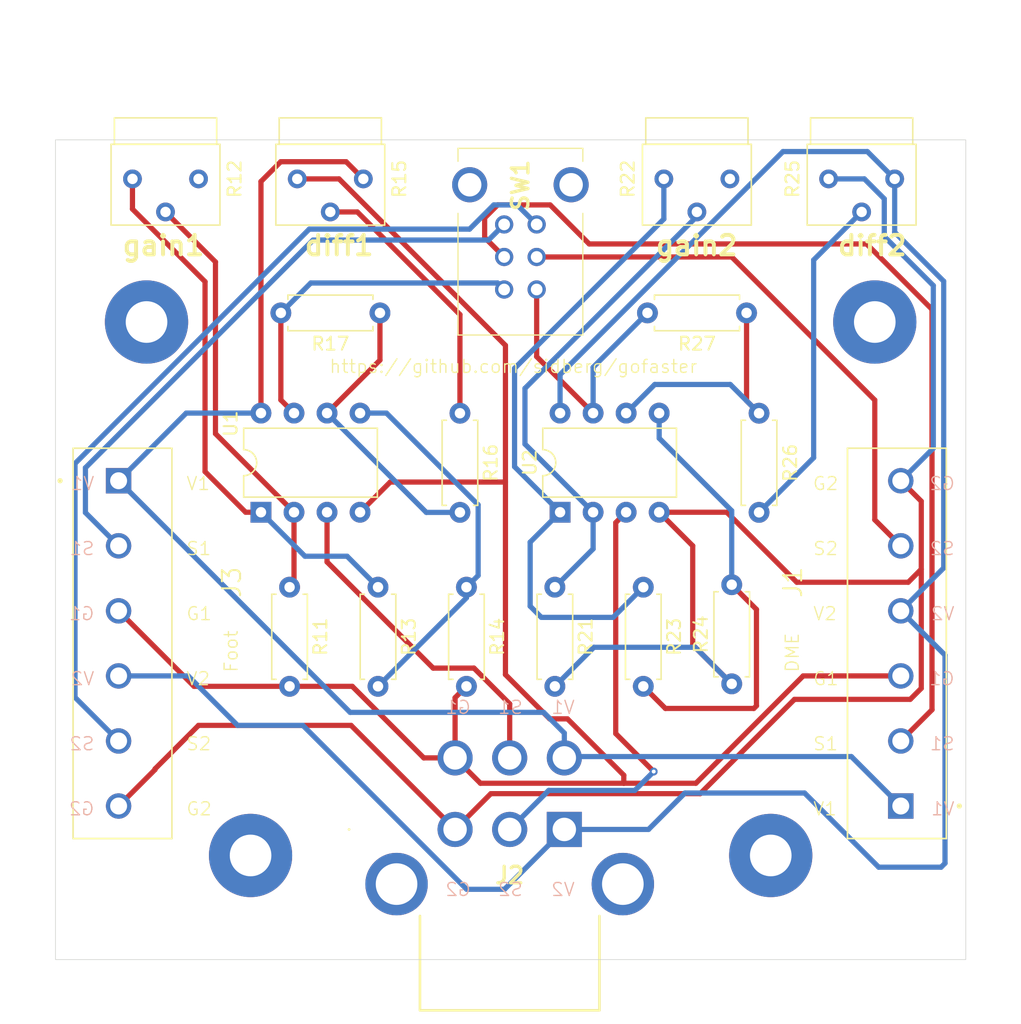
<source format=kicad_pcb>
(kicad_pcb (version 20240108) (generator "pcbnew") (generator_version "8.0")
  (title_block (title "BMW Aux Accelerator"))
  (layers (0 "F.Cu" signal) (31 "B.Cu" signal) (34 "B.Paste" user) (35 "F.Paste" user) (36 "B.SilkS" user "B.Silkscreen") (37 "F.SilkS" user "F.Silkscreen") (38 "B.Mask" user) (39 "F.Mask" user) (44 "Edge.Cuts" user))
  (net 0 "")
  (net 1 "/V1")
  (net 2 "/V2")
  (net 3 "/G1")
  (net 4 "/G2")
  (net 5 "/S2")
  (net 6 "/S1_foot")
  (net 7 "Net-(U1A--)")
  (net 9 "Net-(R12-Pad1)")
  (net 10 "Net-(U1B-+)")
  (net 11 "Net-(R15-Pad2)")
  (net 12 "Net-(U1B--)")
  (net 13 "/S1_hand")
  (net 14 "Net-(U2A--)")
  (net 15 "Net-(R22-Pad1)")
  (net 17 "Net-(U2B-+)")
  (net 18 "Net-(R25-Pad2)")
  (net 19 "Net-(U2B--)")
  (net 22 "/S2_out")
  (net 23 "/S1_out")
  (net 24 "/S1")
  (net 25 "/S2_hand")
  (net 26 "/S2_foot")
  (footprint "Resistor_THT:R_Axial_DIN0207_L6.3mm_D2.5mm_P7.62mm_Horizontal" (layer "F.Cu") (at 154.1 128.63 90)
    (property "Reference" "R26" (at 3.81 2.4 90) (layer "F.SilkS"))
    (property "Value" "100K")
    (fp_line (start 7.08 -1.37) (end 7.08 -1.04) (stroke (width 0.12)) (layer "F.SilkS"))
    (fp_line (start 0.54 -1.37) (end 7.08 -1.37) (stroke (width 0.12)) (layer "F.SilkS"))
    (fp_line (start 0.54 -1.04) (end 0.54 -1.37) (stroke (width 0.12)) (layer "F.SilkS"))
    (fp_line (start 0.54 1.04) (end 0.54 1.37) (stroke (width 0.12)) (layer "F.SilkS"))
    (fp_line (start 7.08 1.37) (end 7.08 1.04) (stroke (width 0.12)) (layer "F.SilkS"))
    (fp_line (start 0.54 1.37) (end 7.08 1.37) (stroke (width 0.12)) (layer "F.SilkS"))
    (pad "1" thru_hole circle (at 0 0 90) (size 1.6 1.6) (drill 0.8) (layers "*.Cu" "*.Mask") (net 18 "Net-(R25-Pad2)"))
    (pad "2" thru_hole oval (at 7.62 0 90) (size 1.6 1.6) (drill 0.8) (layers "*.Cu" "*.Mask") (net 19 "Net-(U2B--)"))
  )
  (footprint "Potentiometer_THT:Potentiometer_Bourns_3339S_Horizontal" (layer "F.Cu") (at 118.59 103 90)
    (property "Reference" "R15" (at 0 7.855 90) (layer "F.SilkS"))
    (property "Value" "1M")
    (fp_line (start 2.66 -1.646) (end 2.66 6.725) (stroke (width 0.12)) (layer "F.SilkS"))
    (fp_line (start -3.55 -1.646) (end 2.66 -1.646) (stroke (width 0.12)) (layer "F.SilkS"))
    (fp_line (start -3.55 -1.646) (end -3.55 6.725) (stroke (width 0.12)) (layer "F.SilkS"))
    (fp_line (start 4.69 -1.39) (end 4.69 6.471) (stroke (width 0.12)) (layer "F.SilkS"))
    (fp_line (start 2.66 -1.39) (end 4.69 -1.39) (stroke (width 0.12)) (layer "F.SilkS"))
    (fp_line (start 2.66 -1.39) (end 2.66 6.471) (stroke (width 0.12)) (layer "F.SilkS"))
    (fp_line (start 2.66 6.471) (end 4.69 6.471) (stroke (width 0.12)) (layer "F.SilkS"))
    (fp_line (start -3.55 6.725) (end 2.66 6.725) (stroke (width 0.12)) (layer "F.SilkS"))
    (pad "1" thru_hole circle (at 0 0 90) (size 1.44 1.44) (drill 0.8) (layers "*.Cu" "*.Mask") (net 3 "/G1"))
    (pad "2" thru_hole circle (at -2.54 2.54 90) (size 1.44 1.44) (drill 0.8) (layers "*.Cu" "*.Mask") (net 11 "Net-(R15-Pad2)"))
    (pad "3" thru_hole circle (at 0 5.08 90) (size 1.44 1.44) (drill 0.8) (layers "*.Cu" "*.Mask") (net 1 "/V1"))
  )
  (footprint "gofaster-library:CUI_TB002-500-06BE" (layer "F.Cu") (at 104.852382 126.2 -90)
    (property "Reference" "J3" (at 7.8 -8.7 90) (layer "F.SilkS") (effects (font (size 1.4 1.4))))
    (property "Value" "Foot")
    (fp_line (start -2.5 3.5) (end -2.5 -4.1) (stroke (width 0.127)) (layer "F.SilkS"))
    (fp_line (start 27.5 3.5) (end -2.5 3.5) (stroke (width 0.127)) (layer "F.SilkS"))
    (fp_line (start -2.5 -4.1) (end 27.5 -4.1) (stroke (width 0.127)) (layer "F.SilkS"))
    (fp_line (start 27.5 -4.1) (end 27.5 3.5) (stroke (width 0.127)) (layer "F.SilkS"))
    (fp_circle (center 0 4.5) (end 0.1 4.5) (stroke (width 0.2)) (fill none) (layer "F.SilkS"))
    (pad "1" thru_hole rect (at 0 0 270) (size 1.95 1.95) (drill 1.3) (layers "*.Cu" "*.Mask") (net 1 "/V1"))
    (pad "2" thru_hole circle (at 5 0 270) (size 1.95 1.95) (drill 1.3) (layers "*.Cu" "*.Mask") (net 6 "/S1_foot"))
    (pad "3" thru_hole circle (at 10 0 270) (size 1.95 1.95) (drill 1.3) (layers "*.Cu" "*.Mask") (net 3 "/G1"))
    (pad "4" thru_hole circle (at 15 0 270) (size 1.95 1.95) (drill 1.3) (layers "*.Cu" "*.Mask") (net 2 "/V2"))
    (pad "5" thru_hole circle (at 20 0 270) (size 1.95 1.95) (drill 1.3) (layers "*.Cu" "*.Mask") (net 26 "/S2_foot"))
    (pad "6" thru_hole circle (at 25 0 270) (size 1.95 1.95) (drill 1.3) (layers "*.Cu" "*.Mask") (net 4 "/G2"))
  )
  (footprint "Package_DIP:DIP-8_W7.62mm" (layer "F.Cu") (at 138.8 128.62 90)
    (property "Reference" "U2" (at 3.81 -2.33 90) (layer "F.SilkS"))
    (property "Value" "TLV2372")
    (fp_line (start 6.46 -1.33) (end 4.81 -1.33) (stroke (width 0.12)) (layer "F.SilkS"))
    (fp_line (start 2.81 -1.33) (end 1.16 -1.33) (stroke (width 0.12)) (layer "F.SilkS"))
    (fp_line (start 1.16 -1.33) (end 1.16 8.95) (stroke (width 0.12)) (layer "F.SilkS"))
    (fp_line (start 6.46 8.95) (end 6.46 -1.33) (stroke (width 0.12)) (layer "F.SilkS"))
    (fp_line (start 1.16 8.95) (end 6.46 8.95) (stroke (width 0.12)) (layer "F.SilkS"))
    (fp_arc (start 4.81 -1.33) (mid 3.81 -0.33) (end 2.81 -1.33) (stroke (width 0.12)) (layer "F.SilkS"))
    (pad "1" thru_hole rect (at 0 0 90) (size 1.6 1.6) (drill 0.8) (layers "*.Cu" "*.Mask") (net 15 "Net-(R22-Pad1)"))
    (pad "2" thru_hole oval (at 0 2.54 90) (size 1.6 1.6) (drill 0.8) (layers "*.Cu" "*.Mask") (net 14 "Net-(U2A--)"))
    (pad "3" thru_hole oval (at 0 5.08 90) (size 1.6 1.6) (drill 0.8) (layers "*.Cu" "*.Mask") (net 5 "/S2"))
    (pad "4" thru_hole oval (at 0 7.62 90) (size 1.6 1.6) (drill 0.8) (layers "*.Cu" "*.Mask") (net 4 "/G2"))
    (pad "5" thru_hole oval (at 7.62 7.62 90) (size 1.6 1.6) (drill 0.8) (layers "*.Cu" "*.Mask") (net 17 "Net-(U2B-+)"))
    (pad "6" thru_hole oval (at 7.62 5.08 90) (size 1.6 1.6) (drill 0.8) (layers "*.Cu" "*.Mask") (net 19 "Net-(U2B--)"))
    (pad "7" thru_hole oval (at 7.62 2.54 90) (size 1.6 1.6) (drill 0.8) (layers "*.Cu" "*.Mask") (net 25 "/S2_hand"))
    (pad "8" thru_hole oval (at 7.62 0 90) (size 1.6 1.6) (drill 0.8) (layers "*.Cu" "*.Mask") (net 2 "/V2"))
  )
  (footprint "Resistor_THT:R_Axial_DIN0207_L6.3mm_D2.5mm_P7.62mm_Horizontal" (layer "F.Cu") (at 152 134.19 -90)
    (property "Reference" "R24" (at 3.81 2.37 90) (layer "F.SilkS"))
    (property "Value" "100K")
    (fp_line (start 0.54 1.37) (end 7.08 1.37) (stroke (width 0.12)) (layer "F.SilkS"))
    (fp_line (start 7.08 1.37) (end 7.08 1.04) (stroke (width 0.12)) (layer "F.SilkS"))
    (fp_line (start 0.54 1.04) (end 0.54 1.37) (stroke (width 0.12)) (layer "F.SilkS"))
    (fp_line (start 0.54 -1.04) (end 0.54 -1.37) (stroke (width 0.12)) (layer "F.SilkS"))
    (fp_line (start 0.54 -1.37) (end 7.08 -1.37) (stroke (width 0.12)) (layer "F.SilkS"))
    (fp_line (start 7.08 -1.37) (end 7.08 -1.04) (stroke (width 0.12)) (layer "F.SilkS"))
    (pad "1" thru_hole circle (at 0 0 270) (size 1.6 1.6) (drill 0.8) (layers "*.Cu" "*.Mask") (net 17 "Net-(U2B-+)"))
    (pad "2" thru_hole oval (at 7.62 0 270) (size 1.6 1.6) (drill 0.8) (layers "*.Cu" "*.Mask") (net 4 "/G2"))
  )
  (footprint "Package_DIP:DIP-8_W7.62mm" (layer "F.Cu") (at 115.8 128.62 90)
    (property "Reference" "U1" (at 6.81 -2.33 90) (layer "F.SilkS"))
    (property "Value" "TLV2372")
    (fp_line (start 6.46 -1.33) (end 4.81 -1.33) (stroke (width 0.12)) (layer "F.SilkS"))
    (fp_line (start 2.81 -1.33) (end 1.16 -1.33) (stroke (width 0.12)) (layer "F.SilkS"))
    (fp_line (start 1.16 -1.33) (end 1.16 8.95) (stroke (width 0.12)) (layer "F.SilkS"))
    (fp_line (start 6.46 8.95) (end 6.46 -1.33) (stroke (width 0.12)) (layer "F.SilkS"))
    (fp_line (start 1.16 8.95) (end 6.46 8.95) (stroke (width 0.12)) (layer "F.SilkS"))
    (fp_arc (start 4.81 -1.33) (mid 3.81 -0.33) (end 2.81 -1.33) (stroke (width 0.12)) (layer "F.SilkS"))
    (pad "1" thru_hole rect (at 0 0 90) (size 1.6 1.6) (drill 0.8) (layers "*.Cu" "*.Mask") (net 9 "Net-(R12-Pad1)"))
    (pad "2" thru_hole oval (at 0 2.54 90) (size 1.6 1.6) (drill 0.8) (layers "*.Cu" "*.Mask") (net 7 "Net-(U1A--)"))
    (pad "3" thru_hole oval (at 0 5.08 90) (size 1.6 1.6) (drill 0.8) (layers "*.Cu" "*.Mask") (net 24 "/S1"))
    (pad "4" thru_hole oval (at 0 7.62 90) (size 1.6 1.6) (drill 0.8) (layers "*.Cu" "*.Mask") (net 3 "/G1"))
    (pad "5" thru_hole oval (at 7.62 7.62 90) (size 1.6 1.6) (drill 0.8) (layers "*.Cu" "*.Mask") (net 10 "Net-(U1B-+)"))
    (pad "6" thru_hole oval (at 7.62 5.08 90) (size 1.6 1.6) (drill 0.8) (layers "*.Cu" "*.Mask") (net 12 "Net-(U1B--)"))
    (pad "7" thru_hole oval (at 7.62 2.54 90) (size 1.6 1.6) (drill 0.8) (layers "*.Cu" "*.Mask") (net 13 "/S1_hand"))
    (pad "8" thru_hole oval (at 7.62 0 90) (size 1.6 1.6) (drill 0.8) (layers "*.Cu" "*.Mask") (net 1 "/V1"))
  )
  (footprint "Resistor_THT:R_Axial_DIN0207_L6.3mm_D2.5mm_P7.62mm_Horizontal" (layer "F.Cu") (at 118 134.38 -90)
    (property "Reference" "R11" (at 3.81 -2.37 90) (layer "F.SilkS"))
    (property "Value" "100K")
    (fp_line (start 0.54 1.37) (end 7.08 1.37) (stroke (width 0.12)) (layer "F.SilkS"))
    (fp_line (start 7.08 1.37) (end 7.08 1.04) (stroke (width 0.12)) (layer "F.SilkS"))
    (fp_line (start 0.54 1.04) (end 0.54 1.37) (stroke (width 0.12)) (layer "F.SilkS"))
    (fp_line (start 0.54 -1.04) (end 0.54 -1.37) (stroke (width 0.12)) (layer "F.SilkS"))
    (fp_line (start 0.54 -1.37) (end 7.08 -1.37) (stroke (width 0.12)) (layer "F.SilkS"))
    (fp_line (start 7.08 -1.37) (end 7.08 -1.04) (stroke (width 0.12)) (layer "F.SilkS"))
    (pad "1" thru_hole circle (at 0 0 270) (size 1.6 1.6) (drill 0.8) (layers "*.Cu" "*.Mask") (net 7 "Net-(U1A--)"))
    (pad "2" thru_hole oval (at 7.62 0 270) (size 1.6 1.6) (drill 0.8) (layers "*.Cu" "*.Mask") (net 3 "/G1"))
  )
  (footprint "Potentiometer_THT:Potentiometer_Bourns_3339S_Horizontal" (layer "F.Cu") (at 105.92 103 90)
    (property "Reference" "R12" (at 0 7.855 90) (layer "F.SilkS"))
    (property "Value" "50K")
    (fp_line (start 2.66 -1.646) (end 2.66 6.725) (stroke (width 0.12)) (layer "F.SilkS"))
    (fp_line (start -3.55 -1.646) (end 2.66 -1.646) (stroke (width 0.12)) (layer "F.SilkS"))
    (fp_line (start -3.55 -1.646) (end -3.55 6.725) (stroke (width 0.12)) (layer "F.SilkS"))
    (fp_line (start 4.69 -1.39) (end 4.69 6.471) (stroke (width 0.12)) (layer "F.SilkS"))
    (fp_line (start 2.66 -1.39) (end 4.69 -1.39) (stroke (width 0.12)) (layer "F.SilkS"))
    (fp_line (start 2.66 -1.39) (end 2.66 6.471) (stroke (width 0.12)) (layer "F.SilkS"))
    (fp_line (start 2.66 6.471) (end 4.69 6.471) (stroke (width 0.12)) (layer "F.SilkS"))
    (fp_line (start -3.55 6.725) (end 2.66 6.725) (stroke (width 0.12)) (layer "F.SilkS"))
    (pad "1" thru_hole circle (at 0 0 90) (size 1.44 1.44) (drill 0.8) (layers "*.Cu" "*.Mask") (net 9 "Net-(R12-Pad1)"))
    (pad "2" thru_hole circle (at -2.54 2.54 90) (size 1.44 1.44) (drill 0.8) (layers "*.Cu" "*.Mask") (net 7 "Net-(U1A--)"))
    (pad "3" thru_hole circle (at 0 5.08 90) (size 1.44 1.44) (drill 0.8) (layers "*.Cu" "*.Mask"))
  )
  (footprint "Potentiometer_THT:Potentiometer_Bourns_3339S_Horizontal" (layer "F.Cu") (at 159.45 103 90)
    (property "Reference" "R25" (at 0 -2.775 90) (layer "F.SilkS"))
    (property "Value" "1M")
    (fp_line (start 2.66 -1.646) (end 2.66 6.725) (stroke (width 0.12)) (layer "F.SilkS"))
    (fp_line (start -3.55 -1.646) (end 2.66 -1.646) (stroke (width 0.12)) (layer "F.SilkS"))
    (fp_line (start -3.55 -1.646) (end -3.55 6.725) (stroke (width 0.12)) (layer "F.SilkS"))
    (fp_line (start 4.69 -1.39) (end 4.69 6.471) (stroke (width 0.12)) (layer "F.SilkS"))
    (fp_line (start 2.66 -1.39) (end 4.69 -1.39) (stroke (width 0.12)) (layer "F.SilkS"))
    (fp_line (start 2.66 -1.39) (end 2.66 6.471) (stroke (width 0.12)) (layer "F.SilkS"))
    (fp_line (start 2.66 6.471) (end 4.69 6.471) (stroke (width 0.12)) (layer "F.SilkS"))
    (fp_line (start -3.55 6.725) (end 2.66 6.725) (stroke (width 0.12)) (layer "F.SilkS"))
    (pad "1" thru_hole circle (at 0 0 90) (size 1.44 1.44) (drill 0.8) (layers "*.Cu" "*.Mask") (net 4 "/G2"))
    (pad "2" thru_hole circle (at -2.54 2.54 90) (size 1.44 1.44) (drill 0.8) (layers "*.Cu" "*.Mask") (net 18 "Net-(R25-Pad2)"))
    (pad "3" thru_hole circle (at 0 5.08 90) (size 1.44 1.44) (drill 0.8) (layers "*.Cu" "*.Mask") (net 2 "/V2"))
  )
  (footprint "gofaster-library:39294069" (layer "F.Cu") (at 130.726191 153)
    (property "Reference" "J2" (at 4.2 3.525 0) (layer "F.SilkS") (effects (font (size 1.27 1.27) (thickness 0.254))))
    (property "Value" "Hand" (hide yes))
    (fp_line (start -8.2 0) (end -8.2 0) (stroke (width 0.1)) (layer "F.SilkS"))
    (fp_line (start -8.1 0) (end -8.1 0) (stroke (width 0.1)) (layer "F.SilkS"))
    (fp_line (start -2.7 13.9) (end -2.7 6.65) (stroke (width 0.2)) (layer "F.SilkS"))
    (fp_line (start 11.1 6.65) (end 11.1 13.9) (stroke (width 0.2)) (layer "F.SilkS"))
    (fp_line (start 11.1 13.9) (end -2.7 13.9) (stroke (width 0.2)) (layer "F.SilkS"))
    (fp_arc (start -8.2 0) (mid -8.15 -0.05) (end -8.1 0) (stroke (width 0.1)) (layer "F.SilkS"))
    (fp_arc (start -8.1 0) (mid -8.15 0.05) (end -8.2 0) (stroke (width 0.1)) (layer "F.SilkS"))
    (pad "1" thru_hole rect (at 8.4 0) (size 2.7 2.7) (drill 1.8) (layers "*.Cu" "*.Mask") (net 2 "/V2"))
    (pad "2" thru_hole circle (at 8.4 -5.5) (size 2.7 2.7) (drill 1.8) (layers "*.Cu" "*.Mask") (net 1 "/V1"))
    (pad "3" thru_hole circle (at 4.2 0) (size 2.7 2.7) (drill 1.8) (layers "*.Cu" "*.Mask") (net 5 "/S2"))
    (pad "4" thru_hole circle (at 4.2 -5.5) (size 2.7 2.7) (drill 1.8) (layers "*.Cu" "*.Mask") (net 24 "/S1"))
    (pad "5" thru_hole circle (at 0 0) (size 2.7 2.7) (drill 1.8) (layers "*.Cu" "*.Mask") (net 4 "/G2"))
    (pad "6" thru_hole circle (at 0 -5.5) (size 2.7 2.7) (drill 1.8) (layers "*.Cu" "*.Mask") (net 3 "/G1"))
    (pad "MH1" thru_hole circle (at -4.5 4.2) (size 4.8 4.8) (drill 3.2) (layers "*.Cu" "*.Mask"))
    (pad "MH2" thru_hole circle (at 12.9 4.2) (size 4.8 4.8) (drill 3.2) (layers "*.Cu" "*.Mask"))
  )
  (footprint "gofaster-library:PBH2UEEKZXNAG1RBLK" (layer "F.Cu") (at 137 111.5 90)
    (property "Reference" "SW1" (at 8 -1.25 90) (layer "F.SilkS") (effects (font (size 1.27 1.27) (thickness 0.254))))
    (property "Value" "SW_Slide_DPDT" (hide yes))
    (fp_line (start 10.85 -6.05) (end 10.85 3.55) (stroke (width 0.1)) (layer "F.SilkS"))
    (fp_line (start 9.85 -6.05) (end 10.85 -6.05) (stroke (width 0.1)) (layer "F.SilkS"))
    (fp_line (start 5.85 -6.05) (end -3.5 -6.05) (stroke (width 0.1)) (layer "F.SilkS"))
    (fp_line (start -3.5 -6.05) (end -3.5 3.55) (stroke (width 0.1)) (layer "F.SilkS"))
    (fp_line (start 10.85 3.55) (end 9.85 3.55) (stroke (width 0.1)) (layer "F.SilkS"))
    (fp_line (start -3.5 3.55) (end 5.85 3.55) (stroke (width 0.1)) (layer "F.SilkS"))
    (pad "1" thru_hole circle (at 5 -2.5 90) (size 1.4 1.4) (drill 0.9) (layers "*.Cu" "*.Mask") (net 6 "/S1_foot"))
    (pad "2" thru_hole circle (at 2.5 -2.5 90) (size 1.4 1.4) (drill 0.9) (layers "*.Cu" "*.Mask") (net 23 "/S1_out"))
    (pad "3" thru_hole circle (at 0 -2.5 90) (size 1.4 1.4) (drill 0.9) (layers "*.Cu" "*.Mask") (net 13 "/S1_hand"))
    (pad "4" thru_hole circle (at 5 0 90) (size 1.4 1.4) (drill 0.9) (layers "*.Cu" "*.Mask") (net 26 "/S2_foot"))
    (pad "5" thru_hole circle (at 2.5 0 90) (size 1.4 1.4) (drill 0.9) (layers "*.Cu" "*.Mask") (net 22 "/S2_out"))
    (pad "6" thru_hole circle (at 0 0 90) (size 1.4 1.4) (drill 0.9) (layers "*.Cu" "*.Mask") (net 25 "/S2_hand"))
    (pad "MH1" thru_hole circle (at 8.05 2.65 90) (size 2.7 2.7) (drill 1.8) (layers "*.Cu" "*.Mask"))
    (pad "MH2" thru_hole circle (at 8.05 -5.15 90) (size 2.7 2.7) (drill 1.8) (layers "*.Cu" "*.Mask"))
  )
  (footprint "MountingHole:MountingHole_3.2mm_M3_Pad" (layer "F.Cu") (at 163 114)
    (property "Reference" "REF**" (hide yes))
    (property "Value" "MountingHole_3.2mm_M3_Pad")
    (pad "1" thru_hole circle (at 0 0) (size 6.4 6.4) (drill 3.2) (layers "*.Cu" "*.Mask"))
  )
  (footprint "Resistor_THT:R_Axial_DIN0207_L6.3mm_D2.5mm_P7.62mm_Horizontal" (layer "F.Cu") (at 124.95 113.3 180)
    (property "Reference" "R17" (at 3.81 -2.37 0) (layer "F.SilkS"))
    (property "Value" "100K")
    (fp_line (start 7.08 1.37) (end 7.08 1.04) (stroke (width 0.12)) (layer "F.SilkS"))
    (fp_line (start 7.08 -1.37) (end 7.08 -1.04) (stroke (width 0.12)) (layer "F.SilkS"))
    (fp_line (start 0.54 1.37) (end 7.08 1.37) (stroke (width 0.12)) (layer "F.SilkS"))
    (fp_line (start 0.54 1.04) (end 0.54 1.37) (stroke (width 0.12)) (layer "F.SilkS"))
    (fp_line (start 0.54 -1.04) (end 0.54 -1.37) (stroke (width 0.12)) (layer "F.SilkS"))
    (fp_line (start 0.54 -1.37) (end 7.08 -1.37) (stroke (width 0.12)) (layer "F.SilkS"))
    (pad "1" thru_hole circle (at 0 0 180) (size 1.6 1.6) (drill 0.8) (layers "*.Cu" "*.Mask") (net 12 "Net-(U1B--)"))
    (pad "2" thru_hole oval (at 7.62 0 180) (size 1.6 1.6) (drill 0.8) (layers "*.Cu" "*.Mask") (net 13 "/S1_hand"))
  )
  (footprint "Resistor_THT:R_Axial_DIN0207_L6.3mm_D2.5mm_P7.62mm_Horizontal" (layer "F.Cu") (at 131.1 121.01 -90)
    (property "Reference" "R16" (at 3.81 -2.37 90) (layer "F.SilkS"))
    (property "Value" "100K")
    (fp_line (start 0.54 1.37) (end 7.08 1.37) (stroke (width 0.12)) (layer "F.SilkS"))
    (fp_line (start 7.08 1.37) (end 7.08 1.04) (stroke (width 0.12)) (layer "F.SilkS"))
    (fp_line (start 0.54 1.04) (end 0.54 1.37) (stroke (width 0.12)) (layer "F.SilkS"))
    (fp_line (start 0.54 -1.04) (end 0.54 -1.37) (stroke (width 0.12)) (layer "F.SilkS"))
    (fp_line (start 0.54 -1.37) (end 7.08 -1.37) (stroke (width 0.12)) (layer "F.SilkS"))
    (fp_line (start 7.08 -1.37) (end 7.08 -1.04) (stroke (width 0.12)) (layer "F.SilkS"))
    (pad "1" thru_hole circle (at 0 0 270) (size 1.6 1.6) (drill 0.8) (layers "*.Cu" "*.Mask") (net 11 "Net-(R15-Pad2)"))
    (pad "2" thru_hole oval (at 7.62 0 270) (size 1.6 1.6) (drill 0.8) (layers "*.Cu" "*.Mask") (net 12 "Net-(U1B--)"))
  )
  (footprint "Resistor_THT:R_Axial_DIN0207_L6.3mm_D2.5mm_P7.62mm_Horizontal" (layer "F.Cu") (at 138.4 134.38 -90)
    (property "Reference" "R21" (at 3.81 -2.37 90) (layer "F.SilkS"))
    (property "Value" "100K")
    (fp_line (start 0.54 1.37) (end 7.08 1.37) (stroke (width 0.12)) (layer "F.SilkS"))
    (fp_line (start 7.08 1.37) (end 7.08 1.04) (stroke (width 0.12)) (layer "F.SilkS"))
    (fp_line (start 0.54 1.04) (end 0.54 1.37) (stroke (width 0.12)) (layer "F.SilkS"))
    (fp_line (start 0.54 -1.04) (end 0.54 -1.37) (stroke (width 0.12)) (layer "F.SilkS"))
    (fp_line (start 0.54 -1.37) (end 7.08 -1.37) (stroke (width 0.12)) (layer "F.SilkS"))
    (fp_line (start 7.08 -1.37) (end 7.08 -1.04) (stroke (width 0.12)) (layer "F.SilkS"))
    (pad "1" thru_hole circle (at 0 0 270) (size 1.6 1.6) (drill 0.8) (layers "*.Cu" "*.Mask") (net 14 "Net-(U2A--)"))
    (pad "2" thru_hole oval (at 7.62 0 270) (size 1.6 1.6) (drill 0.8) (layers "*.Cu" "*.Mask") (net 4 "/G2"))
  )
  (footprint "MountingHole:MountingHole_3.2mm_M3_Pad" (layer "F.Cu") (at 107 114)
    (property "Reference" "REF**" (hide yes))
    (property "Value" "MountingHole_3.2mm_M3_Pad")
    (pad "1" thru_hole circle (at 0 0) (size 6.4 6.4) (drill 3.2) (layers "*.Cu" "*.Mask"))
  )
  (footprint "gofaster-library:CUI_TB002-500-06BE" (layer "F.Cu") (at 165 151.2 90)
    (property "Reference" "J1" (at 17.2 -8.3 90) (layer "F.SilkS") (effects (font (size 1.4 1.4))))
    (property "Value" "DME")
    (fp_line (start 27.5 -4.1) (end 27.5 3.5) (stroke (width 0.127)) (layer "F.SilkS"))
    (fp_line (start -2.5 -4.1) (end 27.5 -4.1) (stroke (width 0.127)) (layer "F.SilkS"))
    (fp_line (start 27.5 3.5) (end -2.5 3.5) (stroke (width 0.127)) (layer "F.SilkS"))
    (fp_line (start -2.5 3.5) (end -2.5 -4.1) (stroke (width 0.127)) (layer "F.SilkS"))
    (fp_circle (center 0 4.5) (end 0.1 4.5) (stroke (width 0.2)) (fill none) (layer "F.SilkS"))
    (pad "1" thru_hole rect (at 0 0 90) (size 1.95 1.95) (drill 1.3) (layers "*.Cu" "*.Mask") (net 1 "/V1"))
    (pad "2" thru_hole circle (at 5 0 90) (size 1.95 1.95) (drill 1.3) (layers "*.Cu" "*.Mask") (net 23 "/S1_out"))
    (pad "3" thru_hole circle (at 10 0 90) (size 1.95 1.95) (drill 1.3) (layers "*.Cu" "*.Mask") (net 3 "/G1"))
    (pad "4" thru_hole circle (at 15 0 90) (size 1.95 1.95) (drill 1.3) (layers "*.Cu" "*.Mask") (net 2 "/V2"))
    (pad "5" thru_hole circle (at 20 0 90) (size 1.95 1.95) (drill 1.3) (layers "*.Cu" "*.Mask") (net 22 "/S2_out"))
    (pad "6" thru_hole circle (at 25 0 90) (size 1.95 1.95) (drill 1.3) (layers "*.Cu" "*.Mask") (net 4 "/G2"))
  )
  (footprint "Potentiometer_THT:Potentiometer_Bourns_3339S_Horizontal" (layer "F.Cu") (at 146.78 103 90)
    (property "Reference" "R22" (at 0 -2.775 90) (layer "F.SilkS"))
    (property "Value" "50K")
    (fp_line (start 2.66 -1.646) (end 2.66 6.725) (stroke (width 0.12)) (layer "F.SilkS"))
    (fp_line (start -3.55 -1.646) (end 2.66 -1.646) (stroke (width 0.12)) (layer "F.SilkS"))
    (fp_line (start -3.55 -1.646) (end -3.55 6.725) (stroke (width 0.12)) (layer "F.SilkS"))
    (fp_line (start 4.69 -1.39) (end 4.69 6.471) (stroke (width 0.12)) (layer "F.SilkS"))
    (fp_line (start 2.66 -1.39) (end 4.69 -1.39) (stroke (width 0.12)) (layer "F.SilkS"))
    (fp_line (start 2.66 -1.39) (end 2.66 6.471) (stroke (width 0.12)) (layer "F.SilkS"))
    (fp_line (start 2.66 6.471) (end 4.69 6.471) (stroke (width 0.12)) (layer "F.SilkS"))
    (fp_line (start -3.55 6.725) (end 2.66 6.725) (stroke (width 0.12)) (layer "F.SilkS"))
    (pad "1" thru_hole circle (at 0 0 90) (size 1.44 1.44) (drill 0.8) (layers "*.Cu" "*.Mask") (net 15 "Net-(R22-Pad1)"))
    (pad "2" thru_hole circle (at -2.54 2.54 90) (size 1.44 1.44) (drill 0.8) (layers "*.Cu" "*.Mask") (net 14 "Net-(U2A--)"))
    (pad "3" thru_hole circle (at 0 5.08 90) (size 1.44 1.44) (drill 0.8) (layers "*.Cu" "*.Mask"))
  )
  (footprint "MountingHole:MountingHole_3.2mm_M3_Pad" (layer "F.Cu") (at 115 155)
    (property "Reference" "REF**" (hide yes))
    (property "Value" "MountingHole_3.2mm_M3_Pad")
    (pad "1" thru_hole circle (at 0 0) (size 6.4 6.4) (drill 3.2) (layers "*.Cu" "*.Mask"))
  )
  (footprint "Resistor_THT:R_Axial_DIN0207_L6.3mm_D2.5mm_P7.62mm_Horizontal" (layer "F.Cu") (at 131.6 134.38 -90)
    (property "Reference" "R14" (at 3.81 -2.37 90) (layer "F.SilkS"))
    (property "Value" "100K")
    (fp_line (start 0.54 1.37) (end 7.08 1.37) (stroke (width 0.12)) (layer "F.SilkS"))
    (fp_line (start 7.08 1.37) (end 7.08 1.04) (stroke (width 0.12)) (layer "F.SilkS"))
    (fp_line (start 0.54 1.04) (end 0.54 1.37) (stroke (width 0.12)) (layer "F.SilkS"))
    (fp_line (start 0.54 -1.04) (end 0.54 -1.37) (stroke (width 0.12)) (layer "F.SilkS"))
    (fp_line (start 0.54 -1.37) (end 7.08 -1.37) (stroke (width 0.12)) (layer "F.SilkS"))
    (fp_line (start 7.08 -1.37) (end 7.08 -1.04) (stroke (width 0.12)) (layer "F.SilkS"))
    (pad "1" thru_hole circle (at 0 0 270) (size 1.6 1.6) (drill 0.8) (layers "*.Cu" "*.Mask") (net 10 "Net-(U1B-+)"))
    (pad "2" thru_hole oval (at 7.62 0 270) (size 1.6 1.6) (drill 0.8) (layers "*.Cu" "*.Mask") (net 3 "/G1"))
  )
  (footprint "Resistor_THT:R_Axial_DIN0207_L6.3mm_D2.5mm_P7.62mm_Horizontal" (layer "F.Cu") (at 153.14 113.3 180)
    (property "Reference" "R27" (at 3.81 -2.37 0) (layer "F.SilkS"))
    (property "Value" "100K")
    (fp_line (start 7.08 1.37) (end 7.08 1.04) (stroke (width 0.12)) (layer "F.SilkS"))
    (fp_line (start 7.08 -1.37) (end 7.08 -1.04) (stroke (width 0.12)) (layer "F.SilkS"))
    (fp_line (start 0.54 1.37) (end 7.08 1.37) (stroke (width 0.12)) (layer "F.SilkS"))
    (fp_line (start 0.54 1.04) (end 0.54 1.37) (stroke (width 0.12)) (layer "F.SilkS"))
    (fp_line (start 0.54 -1.04) (end 0.54 -1.37) (stroke (width 0.12)) (layer "F.SilkS"))
    (fp_line (start 0.54 -1.37) (end 7.08 -1.37) (stroke (width 0.12)) (layer "F.SilkS"))
    (pad "1" thru_hole circle (at 0 0 180) (size 1.6 1.6) (drill 0.8) (layers "*.Cu" "*.Mask") (net 19 "Net-(U2B--)"))
    (pad "2" thru_hole oval (at 7.62 0 180) (size 1.6 1.6) (drill 0.8) (layers "*.Cu" "*.Mask") (net 25 "/S2_hand"))
  )
  (footprint "MountingHole:MountingHole_3.2mm_M3_Pad" (layer "F.Cu") (at 155 155)
    (property "Reference" "REF**" (hide yes))
    (property "Value" "MountingHole_3.2mm_M3_Pad")
    (pad "1" thru_hole circle (at 0 0) (size 6.4 6.4) (drill 3.2) (layers "*.Cu" "*.Mask"))
  )
  (footprint "Resistor_THT:R_Axial_DIN0207_L6.3mm_D2.5mm_P7.62mm_Horizontal" (layer "F.Cu") (at 145.2 134.38 -90)
    (property "Reference" "R23" (at 3.81 -2.37 -90) (layer "F.SilkS"))
    (property "Value" "100K")
    (fp_line (start 0.54 1.37) (end 7.08 1.37) (stroke (width 0.12)) (layer "F.SilkS"))
    (fp_line (start 7.08 1.37) (end 7.08 1.04) (stroke (width 0.12)) (layer "F.SilkS"))
    (fp_line (start 0.54 1.04) (end 0.54 1.37) (stroke (width 0.12)) (layer "F.SilkS"))
    (fp_line (start 0.54 -1.04) (end 0.54 -1.37) (stroke (width 0.12)) (layer "F.SilkS"))
    (fp_line (start 0.54 -1.37) (end 7.08 -1.37) (stroke (width 0.12)) (layer "F.SilkS"))
    (fp_line (start 7.08 -1.37) (end 7.08 -1.04) (stroke (width 0.12)) (layer "F.SilkS"))
    (pad "1" thru_hole circle (at 0 0 270) (size 1.6 1.6) (drill 0.8) (layers "*.Cu" "*.Mask") (net 15 "Net-(R22-Pad1)"))
    (pad "2" thru_hole oval (at 7.62 0 270) (size 1.6 1.6) (drill 0.8) (layers "*.Cu" "*.Mask") (net 17 "Net-(U2B-+)"))
  )
  (footprint "Resistor_THT:R_Axial_DIN0207_L6.3mm_D2.5mm_P7.62mm_Horizontal" (layer "F.Cu") (at 124.8 134.38 -90)
    (property "Reference" "R13" (at 3.81 -2.37 90) (layer "F.SilkS"))
    (property "Value" "100K")
    (fp_line (start 0.54 1.37) (end 7.08 1.37) (stroke (width 0.12)) (layer "F.SilkS"))
    (fp_line (start 7.08 1.37) (end 7.08 1.04) (stroke (width 0.12)) (layer "F.SilkS"))
    (fp_line (start 0.54 1.04) (end 0.54 1.37) (stroke (width 0.12)) (layer "F.SilkS"))
    (fp_line (start 0.54 -1.04) (end 0.54 -1.37) (stroke (width 0.12)) (layer "F.SilkS"))
    (fp_line (start 0.54 -1.37) (end 7.08 -1.37) (stroke (width 0.12)) (layer "F.SilkS"))
    (fp_line (start 7.08 -1.37) (end 7.08 -1.04) (stroke (width 0.12)) (layer "F.SilkS"))
    (pad "1" thru_hole circle (at 0 0 270) (size 1.6 1.6) (drill 0.8) (layers "*.Cu" "*.Mask") (net 9 "Net-(R12-Pad1)"))
    (pad "2" thru_hole oval (at 7.62 0 270) (size 1.6 1.6) (drill 0.8) (layers "*.Cu" "*.Mask") (net 10 "Net-(U1B-+)"))
  )
  (gr_rect (start 100 100) (end 170 163) (stroke (width 0.05)) (fill none) (layer "Edge.Cuts"))
  (gr_text "V1" (at 103.052382 127 0) (layer "B.SilkS") (effects (font (size 1 1) (thickness 0.1)) (justify left bottom mirror)))
  (gr_text "S2" (at 103.052382 147 0) (layer "B.SilkS") (effects (font (size 1 1) (thickness 0.1)) (justify left bottom mirror)))
  (gr_text "S1" (at 136 144.2 0) (layer "B.SilkS") (effects (font (size 1 1) (thickness 0.1)) (justify left bottom mirror)))
  (gr_text "G2" (at 132 158.2 0) (layer "B.SilkS") (effects (font (size 1 1) (thickness 0.1)) (justify left bottom mirror)))
  (gr_text "S2" (at 136 158.2 0) (layer "B.SilkS") (effects (font (size 1 1) (thickness 0.1)) (justify left bottom mirror)))
  (gr_text "S1" (at 103.052382 132 0) (layer "B.SilkS") (effects (font (size 1 1) (thickness 0.1)) (justify left bottom mirror)))
  (gr_text "V2" (at 140 158.2 0) (layer "B.SilkS") (effects (font (size 1 1) (thickness 0.1)) (justify left bottom mirror)))
  (gr_text "V1" (at 169.2 152 0) (layer "B.SilkS") (effects (font (size 1 1) (thickness 0.1)) (justify left bottom mirror)))
  (gr_text "S1" (at 169.2 147 0) (layer "B.SilkS") (effects (font (size 1 1) (thickness 0.1)) (justify left bottom mirror)))
  (gr_text "G2" (at 169.22381 127 0) (layer "B.SilkS") (effects (font (size 1 1) (thickness 0.1)) (justify left bottom mirror)))
  (gr_text "V2" (at 103.052382 142 0) (layer "B.SilkS") (effects (font (size 1 1) (thickness 0.1)) (justify left bottom mirror)))
  (gr_text "G1" (at 103.052382 137 0) (layer "B.SilkS") (effects (font (size 1 1) (thickness 0.1)) (justify left bottom mirror)))
  (gr_text "V2" (at 169.2 137 0) (layer "B.SilkS") (effects (font (size 1 1) (thickness 0.1)) (justify left bottom mirror)))
  (gr_text "G1" (at 169.2 142 0) (layer "B.SilkS") (effects (font (size 1 1) (thickness 0.1)) (justify left bottom mirror)))
  (gr_text "G1" (at 132 144.2 0) (layer "B.SilkS") (effects (font (size 1 1) (thickness 0.1)) (justify left bottom mirror)))
  (gr_text "V1" (at 140 144.2 0) (layer "B.SilkS") (effects (font (size 1 1) (thickness 0.1)) (justify left bottom mirror)))
  (gr_text "S2" (at 169.2 132 0) (layer "B.SilkS") (effects (font (size 1 1) (thickness 0.1)) (justify left bottom mirror)))
  (gr_text "G2" (at 103.052382 152 0) (layer "B.SilkS") (effects (font (size 1 1) (thickness 0.1)) (justify left bottom mirror)))
  (gr_text "gain1" (at 105 109 0) (layer "F.SilkS") (effects (font (size 1.5 1.5) (thickness 0.3) (bold yes)) (justify left bottom)))
  (gr_text "V2" (at 158.2 137 0) (layer "F.SilkS") (effects (font (size 1 1) (thickness 0.1)) (justify left bottom)))
  (gr_text "V2" (at 110 142 0) (layer "F.SilkS") (effects (font (size 1 1) (thickness 0.1)) (justify left bottom)))
  (gr_text "gain2" (at 146 109 0) (layer "F.SilkS") (effects (font (size 1.5 1.5) (thickness 0.3) (bold yes)) (justify left bottom)))
  (gr_text "diff2" (at 160 109 0) (layer "F.SilkS") (effects (font (size 1.5 1.5) (thickness 0.3) (bold yes)) (justify left bottom)))
  (gr_text "V1" (at 110 127 0) (layer "F.SilkS") (effects (font (size 1 1) (thickness 0.1)) (justify left bottom)))
  (gr_text "S1" (at 110 132 0) (layer "F.SilkS") (effects (font (size 1 1) (thickness 0.1)) (justify left bottom)))
  (gr_text "G2" (at 110 152 0) (layer "F.SilkS") (effects (font (size 1 1) (thickness 0.1)) (justify left bottom)))
  (gr_text "S2" (at 110 147 0) (layer "F.SilkS") (effects (font (size 1 1) (thickness 0.1)) (justify left bottom)))
  (gr_text "S2" (at 158.2 132 0) (layer "F.SilkS") (effects (font (size 1 1) (thickness 0.1)) (justify left bottom)))
  (gr_text "S1" (at 158.2 147 0) (layer "F.SilkS") (effects (font (size 1 1) (thickness 0.1)) (justify left bottom)))
  (gr_text "https://github.com/sidberg/gofaster" (at 121 118 0) (layer "F.SilkS") (effects (font (size 1 1) (thickness 0.1)) (justify left bottom)))
  (gr_text "V1" (at 158.2 152 0) (layer "F.SilkS") (effects (font (size 1 1) (thickness 0.1)) (justify left bottom)))
  (gr_text "Foot" (at 114.091882 141 90) (layer "F.SilkS") (effects (font (size 1 1) (thickness 0.1)) (justify left bottom)))
  (gr_text "G2" (at 158.176191 127 0) (layer "F.SilkS") (effects (font (size 1 1) (thickness 0.1)) (justify left bottom)))
  (gr_text "G1" (at 158.2 142 0) (layer "F.SilkS") (effects (font (size 1 1) (thickness 0.1)) (justify left bottom)))
  (gr_text "DME" (at 157.2395 141 90) (layer "F.SilkS") (effects (font (size 1 1) (thickness 0.1)) (justify left bottom)))
  (gr_text "G1" (at 110 137 0) (layer "F.SilkS") (effects (font (size 1 1) (thickness 0.1)) (justify left bottom)))
  (gr_text "diff1" (at 119 109 0) (layer "F.SilkS") (effects (font (size 1.5 1.5) (thickness 0.3) (bold yes)) (justify left bottom)))
  (segment (start 123.67 103) (end 122.35 101.68) (width 0.4) (layer "F.Cu") (net 1))
  (segment (start 117.32 101.68) (end 115.8 103.2) (width 0.4) (layer "F.Cu") (net 1))
  (segment (start 115.8 103.2) (end 115.8 121) (width 0.4) (layer "F.Cu") (net 1))
  (segment (start 122.35 101.68) (end 117.32 101.68) (width 0.4) (layer "F.Cu") (net 1))
  (segment (start 139.126191 145.590812) (end 137.535379 144) (width 0.4) (layer "B.Cu") (net 1))
  (segment (start 137.535379 144) (end 122.652382 144) (width 0.4) (layer "B.Cu") (net 1))
  (segment (start 139.226191 147.4) (end 139.126191 147.5) (width 0.4) (layer "B.Cu") (net 1))
  (segment (start 122.652382 144) (end 104.852382 126.2) (width 0.4) (layer "B.Cu") (net 1))
  (segment (start 115.8 121) (end 110.052382 121) (width 0.4) (layer "B.Cu") (net 1))
  (segment (start 161.2 147.4) (end 139.226191 147.4) (width 0.4) (layer "B.Cu") (net 1))
  (segment (start 165 151.2) (end 161.2 147.4) (width 0.4) (layer "B.Cu") (net 1))
  (segment (start 139.126191 147.5) (end 139.126191 145.590812) (width 0.4) (layer "B.Cu") (net 1))
  (segment (start 110.052382 121) (end 104.852382 126.2) (width 0.4) (layer "B.Cu") (net 1))
  (segment (start 110.2 141.2) (end 104.852382 141.2) (width 0.4) (layer "B.Cu") (net 2))
  (segment (start 165 136.2) (end 168.4 139.6) (width 0.4) (layer "B.Cu") (net 2))
  (segment (start 168.3 110.865988) (end 164.53 107.095988) (width 0.4) (layer "B.Cu") (net 2))
  (segment (start 139.126191 153) (end 134.526191 157.6) (width 0.4) (layer "B.Cu") (net 2))
  (segment (start 134.526191 157.6) (end 131.620101 157.6) (width 0.4) (layer "B.Cu") (net 2))
  (segment (start 165 136.2) (end 168.3 132.9) (width 0.4) (layer "B.Cu") (net 2))
  (segment (start 155.940101 100.9) (end 162.43 100.9) (width 0.4) (layer "B.Cu") (net 2))
  (segment (start 168.3 132.9) (end 168.3 110.865988) (width 0.4) (layer "B.Cu") (net 2))
  (segment (start 164.53 107.095988) (end 164.53 103) (width 0.4) (layer "B.Cu") (net 2))
  (segment (start 119.020101 145) (end 114 145) (width 0.4) (layer "B.Cu") (net 2))
  (segment (start 148.4 150.2) (end 145.6 153) (width 0.4) (layer "B.Cu") (net 2))
  (segment (start 138.8 118.040101) (end 155.940101 100.9) (width 0.4) (layer "B.Cu") (net 2))
  (segment (start 138.8 121) (end 138.8 118.040101) (width 0.4) (layer "B.Cu") (net 2))
  (segment (start 114 145) (end 110.2 141.2) (width 0.4) (layer "B.Cu") (net 2))
  (segment (start 145.6 153) (end 139.126191 153) (width 0.4) (layer "B.Cu") (net 2))
  (segment (start 157.6 150.2) (end 148.4 150.2) (width 0.4) (layer "B.Cu") (net 2))
  (segment (start 168.4 155.6) (end 168.1 155.9) (width 0.4) (layer "B.Cu") (net 2))
  (segment (start 162.43 100.9) (end 164.53 103) (width 0.4) (layer "B.Cu") (net 2))
  (segment (start 163.3 155.9) (end 157.6 150.2) (width 0.4) (layer "B.Cu") (net 2))
  (segment (start 168.1 155.9) (end 163.3 155.9) (width 0.4) (layer "B.Cu") (net 2))
  (segment (start 168.4 139.6) (end 168.4 155.6) (width 0.4) (layer "B.Cu") (net 2))
  (segment (start 131.620101 157.6) (end 119.020101 145) (width 0.4) (layer "B.Cu") (net 2))
  (segment (start 110.652382 142) (end 104.852382 136.2) (width 0.4) (layer "F.Cu") (net 3))
  (segment (start 130.726191 147.5) (end 130.726191 142.873809) (width 0.4) (layer "F.Cu") (net 3))
  (segment (start 134.6 126.3) (end 134.6 141.1) (width 0.4) (layer "F.Cu") (net 3))
  (segment (start 132.676191 149.45) (end 143.7 149.45) (width 0.4) (layer "F.Cu") (net 3))
  (segment (start 130.726191 147.5) (end 128.320101 147.5) (width 0.4) (layer "F.Cu") (net 3))
  (segment (start 128.320101 147.5) (end 122.820101 142) (width 0.4) (layer "F.Cu") (net 3))
  (segment (start 121 142) (end 118 142) (width 0.4) (layer "F.Cu") (net 3))
  (segment (start 118 142) (end 110.652382 142) (width 0.4) (layer "F.Cu") (net 3))
  (segment (start 138 144.5) (end 139.368629 144.5) (width 0.4) (layer "F.Cu") (net 3))
  (segment (start 134.6 126.3) (end 125.74 126.3) (width 0.4) (layer "F.Cu") (net 3))
  (segment (start 130.726191 142.873809) (end 131.6 142) (width 0.4) (layer "F.Cu") (net 3))
  (segment (start 157.494618 141.2) (end 165 141.2) (width 0.4) (layer "F.Cu") (net 3))
  (segment (start 130.726191 147.5) (end 132.676191 149.45) (width 0.4) (layer "F.Cu") (net 3))
  (segment (start 143.7 148.831371) (end 143.7 149.45) (width 0.4) (layer "F.Cu") (net 3))
  (segment (start 125.74 126.3) (end 123.42 128.62) (width 0.4) (layer "F.Cu") (net 3))
  (segment (start 121.803238 103) (end 134.6 115.796762) (width 0.4) (layer "F.Cu") (net 3))
  (segment (start 118.59 103) (end 121.803238 103) (width 0.4) (layer "F.Cu") (net 3))
  (segment (start 149.244618 149.45) (end 157.494618 141.2) (width 0.4) (layer "F.Cu") (net 3))
  (segment (start 143.7 149.45) (end 149.244618 149.45) (width 0.4) (layer "F.Cu") (net 3))
  (segment (start 134.6 141.1) (end 138 144.5) (width 0.4) (layer "F.Cu") (net 3))
  (segment (start 134.6 115.796762) (end 134.6 126.3) (width 0.4) (layer "F.Cu") (net 3))
  (segment (start 139.368629 144.5) (end 143.7 148.831371) (width 0.4) (layer "F.Cu") (net 3))
  (segment (start 122.820101 142) (end 121 142) (width 0.4) (layer "F.Cu") (net 3))
  (segment (start 165.727387 143) (end 166.575 142.152387) (width 0.4) (layer "F.Cu") (net 4))
  (segment (start 156.825988 143) (end 165.727387 143) (width 0.4) (layer "F.Cu") (net 4))
  (segment (start 166.575 127.775) (end 165 126.2) (width 0.4) (layer "F.Cu") (net 4))
  (segment (start 107.652382 148.347618) (end 111 145) (width 0.4) (layer "F.Cu") (net 4))
  (segment (start 104.852382 151.2) (end 107.652382 148.4) (width 0.4) (layer "F.Cu") (net 4))
  (segment (start 166.575 133) (end 166.575 127.775) (width 0.4) (layer "F.Cu") (net 4))
  (segment (start 130.726191 153) (end 133.476191 150.25) (width 0.4) (layer "F.Cu") (net 4))
  (segment (start 152 141.81) (end 149.19 139) (width 0.4) (layer "F.Cu") (net 4))
  (segment (start 122.726191 145) (end 130.726191 153) (width 0.4) (layer "F.Cu") (net 4))
  (segment (start 166.575 142.152387) (end 166.575 133) (width 0.4) (layer "F.Cu") (net 4))
  (segment (start 149 138.81) (end 149 131.2) (width 0.4) (layer "F.Cu") (net 4))
  (segment (start 151.62 128.62) (end 157 134) (width 0.4) (layer "F.Cu") (net 4))
  (segment (start 149.575988 150.25) (end 156.825988 143) (width 0.4) (layer "F.Cu") (net 4))
  (segment (start 149 131.2) (end 146.42 128.62) (width 0.4) (layer "F.Cu") (net 4))
  (segment (start 146.42 128.62) (end 151.62 128.62) (width 0.4) (layer "F.Cu") (net 4))
  (segment (start 111 145) (end 122.726191 145) (width 0.4) (layer "F.Cu") (net 4))
  (segment (start 165.575 134) (end 166.575 133) (width 0.4) (layer "F.Cu") (net 4))
  (segment (start 157 134) (end 165.575 134) (width 0.4) (layer "F.Cu") (net 4))
  (segment (start 152 141.81) (end 149 138.81) (width 0.4) (layer "F.Cu") (net 4))
  (segment (start 107.652382 148.4) (end 107.652382 148.347618) (width 0.4) (layer "F.Cu") (net 4))
  (segment (start 133.476191 150.25) (end 149.575988 150.25) (width 0.4) (layer "F.Cu") (net 4))
  (segment (start 165 126.2) (end 167.5 123.7) (width 0.4) (layer "B.Cu") (net 4))
  (segment (start 167.5 111.197358) (end 163.73 107.427358) (width 0.4) (layer "B.Cu") (net 4))
  (segment (start 141.4 139) (end 149.19 139) (width 0.4) (layer "B.Cu") (net 4))
  (segment (start 163.73 107.427358) (end 163.73 104.53) (width 0.4) (layer "B.Cu") (net 4))
  (segment (start 163.73 104.53) (end 162.2 103) (width 0.4) (layer "B.Cu") (net 4))
  (segment (start 138.4 142) (end 141.4 139) (width 0.4) (layer "B.Cu") (net 4))
  (segment (start 162.2 103) (end 159.45 103) (width 0.4) (layer "B.Cu") (net 4))
  (segment (start 149.19 139) (end 152 141.81) (width 0.4) (layer "B.Cu") (net 4))
  (segment (start 167.5 123.7) (end 167.5 111.197358) (width 0.4) (layer "B.Cu") (net 4))
  (segment (start 143.080001 129.419999) (end 143.080001 145.630001) (width 0.4) (layer "F.Cu") (net 5))
  (segment (start 143.080001 145.630001) (end 146 148.55) (width 0.4) (layer "F.Cu") (net 5))
  (segment (start 143.88 128.62) (end 143.080001 129.419999) (width 0.4) (layer "F.Cu") (net 5))
  (via (at 146 148.55) (size 0.6) (drill 0.3) (layers "F.Cu" "B.Cu") (net 5))
  (segment (start 144.55 150) (end 137.926191 150) (width 0.4) (layer "B.Cu") (net 5))
  (segment (start 146 148.55) (end 144.55 150) (width 0.4) (layer "B.Cu") (net 5))
  (segment (start 137.926191 150) (end 134.926191 153) (width 0.4) (layer "B.Cu") (net 5))
  (segment (start 119.805382 107.7) (end 133.3 107.7) (width 0.4) (layer "B.Cu") (net 6))
  (segment (start 133.3 107.7) (end 134.5 106.5) (width 0.4) (layer "B.Cu") (net 6))
  (segment (start 102.3 125.205382) (end 119.805382 107.7) (width 0.4) (layer "B.Cu") (net 6))
  (segment (start 104.852382 131.2) (end 102.3 128.647618) (width 0.4) (layer "B.Cu") (net 6))
  (segment (start 102.3 128.647618) (end 102.3 125.205382) (width 0.4) (layer "B.Cu") (net 6))
  (segment (start 118.34 134.04) (end 118 134.38) (width 0.4) (layer "F.Cu") (net 7))
  (segment (start 112.3 109.38) (end 112.3 122.58) (width 0.4) (layer "F.Cu") (net 7))
  (segment (start 118.34 128.62) (end 118.34 134.04) (width 0.4) (layer "F.Cu") (net 7))
  (segment (start 108.46 105.54) (end 112.3 109.38) (width 0.4) (layer "F.Cu") (net 7))
  (segment (start 112.3 122.58) (end 118.34 128.62) (width 0.4) (layer "F.Cu") (net 7))
  (segment (start 105.92 103) (end 105.92 105.32) (width 0.4) (layer "F.Cu") (net 9))
  (segment (start 111.5 125.5) (end 114.62 128.62) (width 0.4) (layer "F.Cu") (net 9))
  (segment (start 111.5 110.9) (end 111.5 125.5) (width 0.4) (layer "F.Cu") (net 9))
  (segment (start 114.62 128.62) (end 115.8 128.62) (width 0.4) (layer "F.Cu") (net 9))
  (segment (start 105.92 105.32) (end 111.5 110.9) (width 0.4) (layer "F.Cu") (net 9))
  (segment (start 119.18 132) (end 115.8 128.62) (width 0.4) (layer "B.Cu") (net 9))
  (segment (start 122.42 132) (end 119.18 132) (width 0.4) (layer "B.Cu") (net 9))
  (segment (start 124.8 134.38) (end 122.42 132) (width 0.4) (layer "B.Cu") (net 9))
  (segment (start 123.42 121) (end 125.449899 121) (width 0.4) (layer "B.Cu") (net 10))
  (segment (start 132.5 128.050101) (end 132.5 133.48) (width 0.4) (layer "B.Cu") (net 10))
  (segment (start 125.449899 121) (end 132.5 128.050101) (width 0.4) (layer "B.Cu") (net 10))
  (segment (start 131.6 135.2) (end 131.6 134.38) (width 0.4) (layer "B.Cu") (net 10))
  (segment (start 132.5 133.48) (end 131.6 134.38) (width 0.4) (layer "B.Cu") (net 10))
  (segment (start 124.8 142) (end 131.6 135.2) (width 0.4) (layer "B.Cu") (net 10))
  (segment (start 123.211868 105.54) (end 121.13 105.54) (width 0.4) (layer "F.Cu") (net 11))
  (segment (start 131.1 113.428132) (end 123.211868 105.54) (width 0.4) (layer "F.Cu") (net 11))
  (segment (start 131.1 121.01) (end 131.1 113.428132) (width 0.4) (layer "F.Cu") (net 11))
  (segment (start 124.95 116.93) (end 120.88 121) (width 0.4) (layer "F.Cu") (net 12))
  (segment (start 124.95 113.3) (end 124.95 116.93) (width 0.4) (layer "F.Cu") (net 12))
  (segment (start 128.51 128.63) (end 120.88 121) (width 0.4) (layer "B.Cu") (net 12))
  (segment (start 131.1 128.63) (end 128.51 128.63) (width 0.4) (layer "B.Cu") (net 12))
  (segment (start 117.33 119.99) (end 118.34 121) (width 0.4) (layer "F.Cu") (net 13))
  (segment (start 117.33 113.3) (end 117.33 119.99) (width 0.4) (layer "F.Cu") (net 13))
  (segment (start 119.63 111) (end 134 111) (width 0.4) (layer "B.Cu") (net 13))
  (segment (start 117.33 113.3) (end 119.63 111) (width 0.4) (layer "B.Cu") (net 13))
  (segment (start 134 111) (end 134.5 111.5) (width 0.4) (layer "B.Cu") (net 13))
  (segment (start 141.34 131.44) (end 138.4 134.38) (width 0.4) (layer "B.Cu") (net 14))
  (segment (start 149.32 105.54) (end 149.32 105.88) (width 0.4) (layer "B.Cu") (net 14))
  (segment (start 136.1 119.1) (end 136.1 123.38) (width 0.4) (layer "B.Cu") (net 14))
  (segment (start 149.32 105.88) (end 136.1 119.1) (width 0.4) (layer "B.Cu") (net 14))
  (segment (start 136.1 123.38) (end 141.34 128.62) (width 0.4) (layer "B.Cu") (net 14))
  (segment (start 141.34 128.62) (end 141.34 131.44) (width 0.4) (layer "B.Cu") (net 14))
  (segment (start 137.359899 136.7) (end 142.88 136.7) (width 0.4) (layer "B.Cu") (net 15))
  (segment (start 136.5 130.92) (end 136.5 135.840101) (width 0.4) (layer "B.Cu") (net 15))
  (segment (start 138.8 128.62) (end 135.3 125.12) (width 0.4) (layer "B.Cu") (net 15))
  (segment (start 146.78 106.082741) (end 146.78 103) (width 0.4) (layer "B.Cu") (net 15))
  (segment (start 138.8 128.62) (end 136.5 130.92) (width 0.4) (layer "B.Cu") (net 15))
  (segment (start 136.5 135.840101) (end 137.359899 136.7) (width 0.4) (layer "B.Cu") (net 15))
  (segment (start 135.3 125.12) (end 135.3 117.562741) (width 0.4) (layer "B.Cu") (net 15))
  (segment (start 135.3 117.562741) (end 146.78 106.082741) (width 0.4) (layer "B.Cu") (net 15))
  (segment (start 142.88 136.7) (end 145.2 134.38) (width 0.4) (layer "B.Cu") (net 15))
  (segment (start 153.7 143.7) (end 153.9 143.5) (width 0.4) (layer "F.Cu") (net 17))
  (segment (start 146.9 143.7) (end 153.7 143.7) (width 0.4) (layer "F.Cu") (net 17))
  (segment (start 153.9 136.09) (end 152 134.19) (width 0.4) (layer "F.Cu") (net 17))
  (segment (start 153.9 143.5) (end 153.9 136.09) (width 0.4) (layer "F.Cu") (net 17))
  (segment (start 145.2 142) (end 146.9 143.7) (width 0.4) (layer "F.Cu") (net 17))
  (segment (start 152 128.509899) (end 152 134.19) (width 0.4) (layer "B.Cu") (net 17))
  (segment (start 146.42 122.929899) (end 152 128.509899) (width 0.4) (layer "B.Cu") (net 17))
  (segment (start 146.42 121) (end 146.42 122.929899) (width 0.4) (layer "B.Cu") (net 17))
  (segment (start 158.3 124.43) (end 154.1 128.63) (width 0.4) (layer "B.Cu") (net 18))
  (segment (start 158.3 109.23) (end 158.3 124.43) (width 0.4) (layer "B.Cu") (net 18))
  (segment (start 161.99 105.54) (end 158.3 109.23) (width 0.4) (layer "B.Cu") (net 18))
  (segment (start 153.14 113.3) (end 153.14 120.05) (width 0.4) (layer "F.Cu") (net 19))
  (segment (start 153.14 120.05) (end 154.1 121.01) (width 0.4) (layer "F.Cu") (net 19))
  (segment (start 146.08 118.8) (end 151.89 118.8) (width 0.4) (layer "B.Cu") (net 19))
  (segment (start 151.89 118.8) (end 154.1 121.01) (width 0.4) (layer "B.Cu") (net 19))
  (segment (start 143.88 121) (end 146.08 118.8) (width 0.4) (layer "B.Cu") (net 19))
  (segment (start 163 129.2) (end 165 131.2) (width 0.4) (layer "F.Cu") (net 22))
  (segment (start 137 109) (end 152 109) (width 0.4) (layer "F.Cu") (net 22))
  (segment (start 163 120) (end 163 129.2) (width 0.4) (layer "F.Cu") (net 22))
  (segment (start 152 109) (end 163 120) (width 0.4) (layer "F.Cu") (net 22))
  (segment (start 141.038478 108) (end 138.038478 105) (width 0.4) (layer "F.Cu") (net 23))
  (segment (start 133 106) (end 133 107.5) (width 0.4) (layer "F.Cu") (net 23))
  (segment (start 138.038478 105) (end 134 105) (width 0.4) (layer "F.Cu") (net 23))
  (segment (start 134 105) (end 133 106) (width 0.4) (layer "F.Cu") (net 23))
  (segment (start 167.4 113.025988) (end 162.374012 108) (width 0.4) (layer "F.Cu") (net 23))
  (segment (start 165 146.2) (end 167.4 143.8) (width 0.4) (layer "F.Cu") (net 23))
  (segment (start 167.4 143.8) (end 167.4 113.025988) (width 0.4) (layer "F.Cu") (net 23))
  (segment (start 162.374012 108) (end 141.038478 108) (width 0.4) (layer "F.Cu") (net 23))
  (segment (start 133 107.5) (end 134.5 109) (width 0.4) (layer "F.Cu") (net 23))
  (segment (start 120.88 132.439899) (end 129.040101 140.6) (width 0.4) (layer "F.Cu") (net 24))
  (segment (start 132.179899 140.6) (end 134.926191 143.346292) (width 0.4) (layer "F.Cu") (net 24))
  (segment (start 120.88 128.62) (end 120.88 132.439899) (width 0.4) (layer "F.Cu") (net 24))
  (segment (start 129.040101 140.6) (end 132.179899 140.6) (width 0.4) (layer "F.Cu") (net 24))
  (segment (start 134.926191 143.346292) (end 134.926191 147.5) (width 0.4) (layer "F.Cu") (net 24))
  (segment (start 137 111.5) (end 137 116.66) (width 0.4) (layer "F.Cu") (net 25))
  (segment (start 137 116.66) (end 141.34 121) (width 0.4) (layer "F.Cu") (net 25))
  (segment (start 141.34 121) (end 141.34 117.48) (width 0.4) (layer "B.Cu") (net 25))
  (segment (start 141.34 117.48) (end 145.52 113.3) (width 0.4) (layer "B.Cu") (net 25))
  (segment (start 119.514012 106.86) (end 101.5 124.874012) (width 0.4) (layer "B.Cu") (net 26))
  (segment (start 133.7 105) (end 131.84 106.86) (width 0.4) (layer "B.Cu") (net 26))
  (segment (start 131.84 106.86) (end 119.514012 106.86) (width 0.4) (layer "B.Cu") (net 26))
  (segment (start 137 106.5) (end 135.5 105) (width 0.4) (layer "B.Cu") (net 26))
  (segment (start 101.5 142.847618) (end 104.852382 146.2) (width 0.4) (layer "B.Cu") (net 26))
  (segment (start 101.5 124.874012) (end 101.5 142.847618) (width 0.4) (layer "B.Cu") (net 26))
  (segment (start 135.5 105) (end 133.7 105) (width 0.4) (layer "B.Cu") (net 26))
)
</source>
